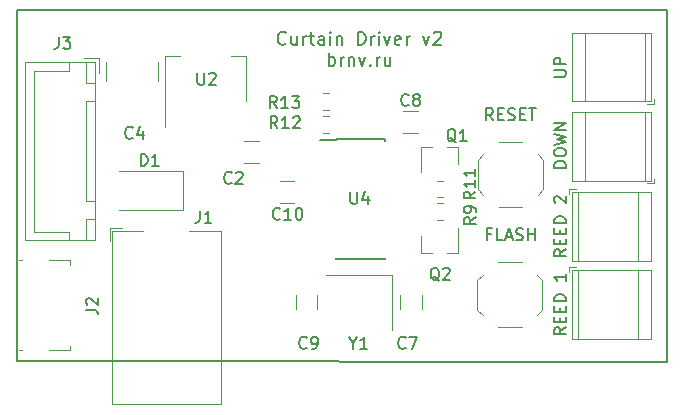
<source format=gbr>
G04 #@! TF.GenerationSoftware,KiCad,Pcbnew,(5.1.2-1)-1*
G04 #@! TF.CreationDate,2019-10-05T22:58:12+03:00*
G04 #@! TF.ProjectId,curtains-driver,63757274-6169-46e7-932d-647269766572,rev?*
G04 #@! TF.SameCoordinates,Original*
G04 #@! TF.FileFunction,Legend,Top*
G04 #@! TF.FilePolarity,Positive*
%FSLAX46Y46*%
G04 Gerber Fmt 4.6, Leading zero omitted, Abs format (unit mm)*
G04 Created by KiCad (PCBNEW (5.1.2-1)-1) date 2019-10-05 22:58:12*
%MOMM*%
%LPD*%
G04 APERTURE LIST*
%ADD10C,0.150000*%
%ADD11C,0.120000*%
G04 APERTURE END LIST*
D10*
X101716666Y-66548857D02*
X101664285Y-66601238D01*
X101507142Y-66653619D01*
X101402380Y-66653619D01*
X101245238Y-66601238D01*
X101140476Y-66496476D01*
X101088095Y-66391714D01*
X101035714Y-66182190D01*
X101035714Y-66025047D01*
X101088095Y-65815523D01*
X101140476Y-65710761D01*
X101245238Y-65606000D01*
X101402380Y-65553619D01*
X101507142Y-65553619D01*
X101664285Y-65606000D01*
X101716666Y-65658380D01*
X102659523Y-65920285D02*
X102659523Y-66653619D01*
X102188095Y-65920285D02*
X102188095Y-66496476D01*
X102240476Y-66601238D01*
X102345238Y-66653619D01*
X102502380Y-66653619D01*
X102607142Y-66601238D01*
X102659523Y-66548857D01*
X103183333Y-66653619D02*
X103183333Y-65920285D01*
X103183333Y-66129809D02*
X103235714Y-66025047D01*
X103288095Y-65972666D01*
X103392857Y-65920285D01*
X103497619Y-65920285D01*
X103707142Y-65920285D02*
X104126190Y-65920285D01*
X103864285Y-65553619D02*
X103864285Y-66496476D01*
X103916666Y-66601238D01*
X104021428Y-66653619D01*
X104126190Y-66653619D01*
X104964285Y-66653619D02*
X104964285Y-66077428D01*
X104911904Y-65972666D01*
X104807142Y-65920285D01*
X104597619Y-65920285D01*
X104492857Y-65972666D01*
X104964285Y-66601238D02*
X104859523Y-66653619D01*
X104597619Y-66653619D01*
X104492857Y-66601238D01*
X104440476Y-66496476D01*
X104440476Y-66391714D01*
X104492857Y-66286952D01*
X104597619Y-66234571D01*
X104859523Y-66234571D01*
X104964285Y-66182190D01*
X105488095Y-66653619D02*
X105488095Y-65920285D01*
X105488095Y-65553619D02*
X105435714Y-65606000D01*
X105488095Y-65658380D01*
X105540476Y-65606000D01*
X105488095Y-65553619D01*
X105488095Y-65658380D01*
X106011904Y-65920285D02*
X106011904Y-66653619D01*
X106011904Y-66025047D02*
X106064285Y-65972666D01*
X106169047Y-65920285D01*
X106326190Y-65920285D01*
X106430952Y-65972666D01*
X106483333Y-66077428D01*
X106483333Y-66653619D01*
X107845238Y-66653619D02*
X107845238Y-65553619D01*
X108107142Y-65553619D01*
X108264285Y-65606000D01*
X108369047Y-65710761D01*
X108421428Y-65815523D01*
X108473809Y-66025047D01*
X108473809Y-66182190D01*
X108421428Y-66391714D01*
X108369047Y-66496476D01*
X108264285Y-66601238D01*
X108107142Y-66653619D01*
X107845238Y-66653619D01*
X108945238Y-66653619D02*
X108945238Y-65920285D01*
X108945238Y-66129809D02*
X108997619Y-66025047D01*
X109050000Y-65972666D01*
X109154761Y-65920285D01*
X109259523Y-65920285D01*
X109626190Y-66653619D02*
X109626190Y-65920285D01*
X109626190Y-65553619D02*
X109573809Y-65606000D01*
X109626190Y-65658380D01*
X109678571Y-65606000D01*
X109626190Y-65553619D01*
X109626190Y-65658380D01*
X110045238Y-65920285D02*
X110307142Y-66653619D01*
X110569047Y-65920285D01*
X111407142Y-66601238D02*
X111302380Y-66653619D01*
X111092857Y-66653619D01*
X110988095Y-66601238D01*
X110935714Y-66496476D01*
X110935714Y-66077428D01*
X110988095Y-65972666D01*
X111092857Y-65920285D01*
X111302380Y-65920285D01*
X111407142Y-65972666D01*
X111459523Y-66077428D01*
X111459523Y-66182190D01*
X110935714Y-66286952D01*
X111930952Y-66653619D02*
X111930952Y-65920285D01*
X111930952Y-66129809D02*
X111983333Y-66025047D01*
X112035714Y-65972666D01*
X112140476Y-65920285D01*
X112245238Y-65920285D01*
X113345238Y-65920285D02*
X113607142Y-66653619D01*
X113869047Y-65920285D01*
X114235714Y-65658380D02*
X114288095Y-65606000D01*
X114392857Y-65553619D01*
X114654761Y-65553619D01*
X114759523Y-65606000D01*
X114811904Y-65658380D01*
X114864285Y-65763142D01*
X114864285Y-65867904D01*
X114811904Y-66025047D01*
X114183333Y-66653619D01*
X114864285Y-66653619D01*
X105357142Y-68453619D02*
X105357142Y-67353619D01*
X105357142Y-67772666D02*
X105461904Y-67720285D01*
X105671428Y-67720285D01*
X105776190Y-67772666D01*
X105828571Y-67825047D01*
X105880952Y-67929809D01*
X105880952Y-68244095D01*
X105828571Y-68348857D01*
X105776190Y-68401238D01*
X105671428Y-68453619D01*
X105461904Y-68453619D01*
X105357142Y-68401238D01*
X106352380Y-68453619D02*
X106352380Y-67720285D01*
X106352380Y-67929809D02*
X106404761Y-67825047D01*
X106457142Y-67772666D01*
X106561904Y-67720285D01*
X106666666Y-67720285D01*
X107033333Y-67720285D02*
X107033333Y-68453619D01*
X107033333Y-67825047D02*
X107085714Y-67772666D01*
X107190476Y-67720285D01*
X107347619Y-67720285D01*
X107452380Y-67772666D01*
X107504761Y-67877428D01*
X107504761Y-68453619D01*
X107923809Y-67720285D02*
X108185714Y-68453619D01*
X108447619Y-67720285D01*
X108866666Y-68348857D02*
X108919047Y-68401238D01*
X108866666Y-68453619D01*
X108814285Y-68401238D01*
X108866666Y-68348857D01*
X108866666Y-68453619D01*
X109390476Y-68453619D02*
X109390476Y-67720285D01*
X109390476Y-67929809D02*
X109442857Y-67825047D01*
X109495238Y-67772666D01*
X109600000Y-67720285D01*
X109704761Y-67720285D01*
X110542857Y-67720285D02*
X110542857Y-68453619D01*
X110071428Y-67720285D02*
X110071428Y-68296476D01*
X110123809Y-68401238D01*
X110228571Y-68453619D01*
X110385714Y-68453619D01*
X110490476Y-68401238D01*
X110542857Y-68348857D01*
X125420380Y-83994380D02*
X124944190Y-84327714D01*
X125420380Y-84565809D02*
X124420380Y-84565809D01*
X124420380Y-84184857D01*
X124468000Y-84089619D01*
X124515619Y-84042000D01*
X124610857Y-83994380D01*
X124753714Y-83994380D01*
X124848952Y-84042000D01*
X124896571Y-84089619D01*
X124944190Y-84184857D01*
X124944190Y-84565809D01*
X124896571Y-83565809D02*
X124896571Y-83232476D01*
X125420380Y-83089619D02*
X125420380Y-83565809D01*
X124420380Y-83565809D01*
X124420380Y-83089619D01*
X124896571Y-82661047D02*
X124896571Y-82327714D01*
X125420380Y-82184857D02*
X125420380Y-82661047D01*
X124420380Y-82661047D01*
X124420380Y-82184857D01*
X125420380Y-81756285D02*
X124420380Y-81756285D01*
X124420380Y-81518190D01*
X124468000Y-81375333D01*
X124563238Y-81280095D01*
X124658476Y-81232476D01*
X124848952Y-81184857D01*
X124991809Y-81184857D01*
X125182285Y-81232476D01*
X125277523Y-81280095D01*
X125372761Y-81375333D01*
X125420380Y-81518190D01*
X125420380Y-81756285D01*
X124515619Y-80042000D02*
X124468000Y-79994380D01*
X124420380Y-79899142D01*
X124420380Y-79661047D01*
X124468000Y-79565809D01*
X124515619Y-79518190D01*
X124610857Y-79470571D01*
X124706095Y-79470571D01*
X124848952Y-79518190D01*
X125420380Y-80089619D01*
X125420380Y-79470571D01*
X125420380Y-90598380D02*
X124944190Y-90931714D01*
X125420380Y-91169809D02*
X124420380Y-91169809D01*
X124420380Y-90788857D01*
X124468000Y-90693619D01*
X124515619Y-90646000D01*
X124610857Y-90598380D01*
X124753714Y-90598380D01*
X124848952Y-90646000D01*
X124896571Y-90693619D01*
X124944190Y-90788857D01*
X124944190Y-91169809D01*
X124896571Y-90169809D02*
X124896571Y-89836476D01*
X125420380Y-89693619D02*
X125420380Y-90169809D01*
X124420380Y-90169809D01*
X124420380Y-89693619D01*
X124896571Y-89265047D02*
X124896571Y-88931714D01*
X125420380Y-88788857D02*
X125420380Y-89265047D01*
X124420380Y-89265047D01*
X124420380Y-88788857D01*
X125420380Y-88360285D02*
X124420380Y-88360285D01*
X124420380Y-88122190D01*
X124468000Y-87979333D01*
X124563238Y-87884095D01*
X124658476Y-87836476D01*
X124848952Y-87788857D01*
X124991809Y-87788857D01*
X125182285Y-87836476D01*
X125277523Y-87884095D01*
X125372761Y-87979333D01*
X125420380Y-88122190D01*
X125420380Y-88360285D01*
X125420380Y-86074571D02*
X125420380Y-86646000D01*
X125420380Y-86360285D02*
X124420380Y-86360285D01*
X124563238Y-86455523D01*
X124658476Y-86550761D01*
X124706095Y-86646000D01*
X125420380Y-77064952D02*
X124420380Y-77064952D01*
X124420380Y-76826857D01*
X124468000Y-76684000D01*
X124563238Y-76588761D01*
X124658476Y-76541142D01*
X124848952Y-76493523D01*
X124991809Y-76493523D01*
X125182285Y-76541142D01*
X125277523Y-76588761D01*
X125372761Y-76684000D01*
X125420380Y-76826857D01*
X125420380Y-77064952D01*
X124420380Y-75874476D02*
X124420380Y-75684000D01*
X124468000Y-75588761D01*
X124563238Y-75493523D01*
X124753714Y-75445904D01*
X125087047Y-75445904D01*
X125277523Y-75493523D01*
X125372761Y-75588761D01*
X125420380Y-75684000D01*
X125420380Y-75874476D01*
X125372761Y-75969714D01*
X125277523Y-76064952D01*
X125087047Y-76112571D01*
X124753714Y-76112571D01*
X124563238Y-76064952D01*
X124468000Y-75969714D01*
X124420380Y-75874476D01*
X124420380Y-75112571D02*
X125420380Y-74874476D01*
X124706095Y-74684000D01*
X125420380Y-74493523D01*
X124420380Y-74255428D01*
X125420380Y-73874476D02*
X124420380Y-73874476D01*
X125420380Y-73303047D01*
X124420380Y-73303047D01*
X124420380Y-69365714D02*
X125229904Y-69365714D01*
X125325142Y-69318095D01*
X125372761Y-69270476D01*
X125420380Y-69175238D01*
X125420380Y-68984761D01*
X125372761Y-68889523D01*
X125325142Y-68841904D01*
X125229904Y-68794285D01*
X124420380Y-68794285D01*
X125420380Y-68318095D02*
X124420380Y-68318095D01*
X124420380Y-67937142D01*
X124468000Y-67841904D01*
X124515619Y-67794285D01*
X124610857Y-67746666D01*
X124753714Y-67746666D01*
X124848952Y-67794285D01*
X124896571Y-67841904D01*
X124944190Y-67937142D01*
X124944190Y-68318095D01*
X134000000Y-63754000D02*
X134000000Y-93500000D01*
X78968600Y-63754000D02*
X78968600Y-93472000D01*
X134000000Y-93500000D02*
X78968600Y-93472000D01*
X78968600Y-63754000D02*
X134000000Y-63754000D01*
D11*
X125676000Y-85516000D02*
X125676000Y-85916000D01*
X126316000Y-85516000D02*
X125676000Y-85516000D01*
X132656000Y-91536000D02*
X125916000Y-91536000D01*
X132656000Y-85756000D02*
X125916000Y-85756000D01*
X125916000Y-85756000D02*
X125916000Y-91536000D01*
X132656000Y-85756000D02*
X132656000Y-91536000D01*
X131536000Y-85756000D02*
X131536000Y-91536000D01*
X126436000Y-85756000D02*
X126436000Y-91536000D01*
X125676000Y-78912000D02*
X125676000Y-79312000D01*
X126316000Y-78912000D02*
X125676000Y-78912000D01*
X132656000Y-84932000D02*
X125916000Y-84932000D01*
X132656000Y-79152000D02*
X125916000Y-79152000D01*
X125916000Y-79152000D02*
X125916000Y-84932000D01*
X132656000Y-79152000D02*
X132656000Y-84932000D01*
X131536000Y-79152000D02*
X131536000Y-84932000D01*
X126436000Y-79152000D02*
X126436000Y-84932000D01*
X117925400Y-89083200D02*
X117925400Y-86583200D01*
X119675400Y-90583200D02*
X121675400Y-90583200D01*
X123425400Y-89083200D02*
X123425400Y-86583200D01*
X119675400Y-85083200D02*
X121675400Y-85083200D01*
X118375400Y-89533200D02*
X117925400Y-89083200D01*
X118375400Y-86133200D02*
X117925400Y-86583200D01*
X122975400Y-86133200D02*
X123425400Y-86583200D01*
X122975400Y-89533200D02*
X123425400Y-89083200D01*
X123476200Y-76397800D02*
X123476200Y-78897800D01*
X121726200Y-74897800D02*
X119726200Y-74897800D01*
X117976200Y-76397800D02*
X117976200Y-78897800D01*
X121726200Y-80397800D02*
X119726200Y-80397800D01*
X123026200Y-75947800D02*
X123476200Y-76397800D01*
X123026200Y-79347800D02*
X123476200Y-78897800D01*
X118426200Y-79347800D02*
X117976200Y-78897800D01*
X118426200Y-75947800D02*
X117976200Y-76397800D01*
X110673800Y-86118200D02*
X105073800Y-86118200D01*
X110673800Y-90818200D02*
X110673800Y-86118200D01*
X93030500Y-80644000D02*
X93030500Y-77344000D01*
X93030500Y-77344000D02*
X87630500Y-77344000D01*
X93030500Y-80644000D02*
X87630500Y-80644000D01*
X104882048Y-74116000D02*
X105404552Y-74116000D01*
X104882048Y-72696000D02*
X105404552Y-72696000D01*
X115005752Y-79577000D02*
X114483248Y-79577000D01*
X115005752Y-78157000D02*
X114483248Y-78157000D01*
X104882048Y-70727500D02*
X105404552Y-70727500D01*
X104882048Y-72147500D02*
X105404552Y-72147500D01*
X102569600Y-87866136D02*
X102569600Y-89070264D01*
X104389600Y-87866136D02*
X104389600Y-89070264D01*
X102392564Y-80031000D02*
X101188436Y-80031000D01*
X102392564Y-78211000D02*
X101188436Y-78211000D01*
X83434500Y-92519500D02*
X83434500Y-92139500D01*
X79384500Y-92519500D02*
X79124500Y-92519500D01*
X83434500Y-92519500D02*
X81664500Y-92519500D01*
X83434500Y-84899500D02*
X83434500Y-85279500D01*
X81664500Y-84899500D02*
X83434500Y-84899500D01*
X79124500Y-84899500D02*
X79384500Y-84899500D01*
D10*
X105987000Y-74681000D02*
X105987000Y-74706000D01*
X110137000Y-74681000D02*
X110137000Y-74786000D01*
X110137000Y-84831000D02*
X110137000Y-84726000D01*
X105987000Y-84831000D02*
X105987000Y-84726000D01*
X105987000Y-74681000D02*
X110137000Y-74681000D01*
X105987000Y-84831000D02*
X110137000Y-84831000D01*
X105987000Y-74706000D02*
X104612000Y-74706000D01*
D11*
X113164500Y-84326000D02*
X113164500Y-82866000D01*
X116324500Y-84326000D02*
X116324500Y-82166000D01*
X116324500Y-84326000D02*
X115394500Y-84326000D01*
X113164500Y-84326000D02*
X114094500Y-84326000D01*
X116324500Y-75313000D02*
X115394500Y-75313000D01*
X113164500Y-75313000D02*
X114094500Y-75313000D01*
X113164500Y-75313000D02*
X113164500Y-77473000D01*
X116324500Y-75313000D02*
X116324500Y-76773000D01*
X115005752Y-80062000D02*
X114483248Y-80062000D01*
X115005752Y-81482000D02*
X114483248Y-81482000D01*
X111383400Y-87866136D02*
X111383400Y-89070264D01*
X113203400Y-87866136D02*
X113203400Y-89070264D01*
X111665936Y-72292800D02*
X112870064Y-72292800D01*
X111665936Y-74112800D02*
X112870064Y-74112800D01*
X132896000Y-71684600D02*
X132896000Y-71284600D01*
X132256000Y-71684600D02*
X132896000Y-71684600D01*
X125916000Y-65664600D02*
X132656000Y-65664600D01*
X125916000Y-71444600D02*
X132656000Y-71444600D01*
X132656000Y-71444600D02*
X132656000Y-65664600D01*
X125916000Y-71444600D02*
X125916000Y-65664600D01*
X127036000Y-71444600D02*
X127036000Y-65664600D01*
X132136000Y-71444600D02*
X132136000Y-65664600D01*
X132136000Y-78158666D02*
X132136000Y-72378666D01*
X127036000Y-78158666D02*
X127036000Y-72378666D01*
X125916000Y-78158666D02*
X125916000Y-72378666D01*
X132656000Y-78158666D02*
X132656000Y-72378666D01*
X125916000Y-78158666D02*
X132656000Y-78158666D01*
X125916000Y-72378666D02*
X132656000Y-72378666D01*
X132256000Y-78398666D02*
X132896000Y-78398666D01*
X132896000Y-78398666D02*
X132896000Y-77998666D01*
X85871500Y-67825500D02*
X84621500Y-67825500D01*
X85871500Y-69075500D02*
X85871500Y-67825500D01*
X80371500Y-82475500D02*
X80371500Y-75675500D01*
X83321500Y-82475500D02*
X80371500Y-82475500D01*
X83321500Y-83225500D02*
X83321500Y-82475500D01*
X80371500Y-68875500D02*
X80371500Y-75675500D01*
X83321500Y-68875500D02*
X80371500Y-68875500D01*
X83321500Y-68125500D02*
X83321500Y-68875500D01*
X85571500Y-83225500D02*
X85571500Y-81425500D01*
X84821500Y-83225500D02*
X85571500Y-83225500D01*
X84821500Y-81425500D02*
X84821500Y-83225500D01*
X85571500Y-81425500D02*
X84821500Y-81425500D01*
X85571500Y-69925500D02*
X85571500Y-68125500D01*
X84821500Y-69925500D02*
X85571500Y-69925500D01*
X84821500Y-68125500D02*
X84821500Y-69925500D01*
X85571500Y-68125500D02*
X84821500Y-68125500D01*
X85571500Y-79925500D02*
X85571500Y-71425500D01*
X84821500Y-79925500D02*
X85571500Y-79925500D01*
X84821500Y-71425500D02*
X84821500Y-79925500D01*
X85571500Y-71425500D02*
X84821500Y-71425500D01*
X85581500Y-83235500D02*
X85581500Y-68115500D01*
X79611500Y-83235500D02*
X85581500Y-83235500D01*
X79611500Y-68115500D02*
X79611500Y-83235500D01*
X85581500Y-68115500D02*
X79611500Y-68115500D01*
X98203936Y-76665500D02*
X99408064Y-76665500D01*
X98203936Y-74845500D02*
X99408064Y-74845500D01*
X86499500Y-69694869D02*
X86499500Y-68100131D01*
X90919500Y-69694869D02*
X90919500Y-68100131D01*
X87880500Y-82212000D02*
X86830500Y-82212000D01*
X86830500Y-83262000D02*
X86830500Y-82212000D01*
X96230440Y-84322920D02*
X96230500Y-97112000D01*
X96230500Y-97112000D02*
X87030500Y-97112000D01*
X93530500Y-82412000D02*
X96230500Y-82412000D01*
X96230500Y-82412000D02*
X96230500Y-84312000D01*
X87030500Y-97112000D02*
X87030500Y-82412000D01*
X87030500Y-82412000D02*
X89630500Y-82412000D01*
X98342500Y-67622500D02*
X97082500Y-67622500D01*
X91522500Y-67622500D02*
X92782500Y-67622500D01*
X98342500Y-71382500D02*
X98342500Y-67622500D01*
X91522500Y-73632500D02*
X91522500Y-67622500D01*
D10*
X119061123Y-82694471D02*
X118727790Y-82694471D01*
X118727790Y-83218280D02*
X118727790Y-82218280D01*
X119203980Y-82218280D01*
X120061123Y-83218280D02*
X119584933Y-83218280D01*
X119584933Y-82218280D01*
X120346838Y-82932566D02*
X120823028Y-82932566D01*
X120251600Y-83218280D02*
X120584933Y-82218280D01*
X120918266Y-83218280D01*
X121203980Y-83170661D02*
X121346838Y-83218280D01*
X121584933Y-83218280D01*
X121680171Y-83170661D01*
X121727790Y-83123042D01*
X121775409Y-83027804D01*
X121775409Y-82932566D01*
X121727790Y-82837328D01*
X121680171Y-82789709D01*
X121584933Y-82742090D01*
X121394457Y-82694471D01*
X121299219Y-82646852D01*
X121251600Y-82599233D01*
X121203980Y-82503995D01*
X121203980Y-82408757D01*
X121251600Y-82313519D01*
X121299219Y-82265900D01*
X121394457Y-82218280D01*
X121632552Y-82218280D01*
X121775409Y-82265900D01*
X122203980Y-83218280D02*
X122203980Y-82218280D01*
X122203980Y-82694471D02*
X122775409Y-82694471D01*
X122775409Y-83218280D02*
X122775409Y-82218280D01*
X119248419Y-73045580D02*
X118915085Y-72569390D01*
X118676990Y-73045580D02*
X118676990Y-72045580D01*
X119057942Y-72045580D01*
X119153180Y-72093200D01*
X119200800Y-72140819D01*
X119248419Y-72236057D01*
X119248419Y-72378914D01*
X119200800Y-72474152D01*
X119153180Y-72521771D01*
X119057942Y-72569390D01*
X118676990Y-72569390D01*
X119676990Y-72521771D02*
X120010323Y-72521771D01*
X120153180Y-73045580D02*
X119676990Y-73045580D01*
X119676990Y-72045580D01*
X120153180Y-72045580D01*
X120534133Y-72997961D02*
X120676990Y-73045580D01*
X120915085Y-73045580D01*
X121010323Y-72997961D01*
X121057942Y-72950342D01*
X121105561Y-72855104D01*
X121105561Y-72759866D01*
X121057942Y-72664628D01*
X121010323Y-72617009D01*
X120915085Y-72569390D01*
X120724609Y-72521771D01*
X120629371Y-72474152D01*
X120581752Y-72426533D01*
X120534133Y-72331295D01*
X120534133Y-72236057D01*
X120581752Y-72140819D01*
X120629371Y-72093200D01*
X120724609Y-72045580D01*
X120962704Y-72045580D01*
X121105561Y-72093200D01*
X121534133Y-72521771D02*
X121867466Y-72521771D01*
X122010323Y-73045580D02*
X121534133Y-73045580D01*
X121534133Y-72045580D01*
X122010323Y-72045580D01*
X122296038Y-72045580D02*
X122867466Y-72045580D01*
X122581752Y-73045580D02*
X122581752Y-72045580D01*
X107397609Y-91924190D02*
X107397609Y-92400380D01*
X107064276Y-91400380D02*
X107397609Y-91924190D01*
X107730942Y-91400380D01*
X108588085Y-92400380D02*
X108016657Y-92400380D01*
X108302371Y-92400380D02*
X108302371Y-91400380D01*
X108207133Y-91543238D01*
X108111895Y-91638476D01*
X108016657Y-91686095D01*
X89431904Y-76906380D02*
X89431904Y-75906380D01*
X89670000Y-75906380D01*
X89812857Y-75954000D01*
X89908095Y-76049238D01*
X89955714Y-76144476D01*
X90003333Y-76334952D01*
X90003333Y-76477809D01*
X89955714Y-76668285D01*
X89908095Y-76763523D01*
X89812857Y-76858761D01*
X89670000Y-76906380D01*
X89431904Y-76906380D01*
X90955714Y-76906380D02*
X90384285Y-76906380D01*
X90670000Y-76906380D02*
X90670000Y-75906380D01*
X90574761Y-76049238D01*
X90479523Y-76144476D01*
X90384285Y-76192095D01*
X101007942Y-73731380D02*
X100674609Y-73255190D01*
X100436514Y-73731380D02*
X100436514Y-72731380D01*
X100817466Y-72731380D01*
X100912704Y-72779000D01*
X100960323Y-72826619D01*
X101007942Y-72921857D01*
X101007942Y-73064714D01*
X100960323Y-73159952D01*
X100912704Y-73207571D01*
X100817466Y-73255190D01*
X100436514Y-73255190D01*
X101960323Y-73731380D02*
X101388895Y-73731380D01*
X101674609Y-73731380D02*
X101674609Y-72731380D01*
X101579371Y-72874238D01*
X101484133Y-72969476D01*
X101388895Y-73017095D01*
X102341276Y-72826619D02*
X102388895Y-72779000D01*
X102484133Y-72731380D01*
X102722228Y-72731380D01*
X102817466Y-72779000D01*
X102865085Y-72826619D01*
X102912704Y-72921857D01*
X102912704Y-73017095D01*
X102865085Y-73159952D01*
X102293657Y-73731380D01*
X102912704Y-73731380D01*
X117762280Y-79103457D02*
X117286090Y-79436790D01*
X117762280Y-79674885D02*
X116762280Y-79674885D01*
X116762280Y-79293933D01*
X116809900Y-79198695D01*
X116857519Y-79151076D01*
X116952757Y-79103457D01*
X117095614Y-79103457D01*
X117190852Y-79151076D01*
X117238471Y-79198695D01*
X117286090Y-79293933D01*
X117286090Y-79674885D01*
X117762280Y-78151076D02*
X117762280Y-78722504D01*
X117762280Y-78436790D02*
X116762280Y-78436790D01*
X116905138Y-78532028D01*
X117000376Y-78627266D01*
X117047995Y-78722504D01*
X117762280Y-77198695D02*
X117762280Y-77770123D01*
X117762280Y-77484409D02*
X116762280Y-77484409D01*
X116905138Y-77579647D01*
X117000376Y-77674885D01*
X117047995Y-77770123D01*
X100944442Y-72016880D02*
X100611109Y-71540690D01*
X100373014Y-72016880D02*
X100373014Y-71016880D01*
X100753966Y-71016880D01*
X100849204Y-71064500D01*
X100896823Y-71112119D01*
X100944442Y-71207357D01*
X100944442Y-71350214D01*
X100896823Y-71445452D01*
X100849204Y-71493071D01*
X100753966Y-71540690D01*
X100373014Y-71540690D01*
X101896823Y-72016880D02*
X101325395Y-72016880D01*
X101611109Y-72016880D02*
X101611109Y-71016880D01*
X101515871Y-71159738D01*
X101420633Y-71254976D01*
X101325395Y-71302595D01*
X102230157Y-71016880D02*
X102849204Y-71016880D01*
X102515871Y-71397833D01*
X102658728Y-71397833D01*
X102753966Y-71445452D01*
X102801585Y-71493071D01*
X102849204Y-71588309D01*
X102849204Y-71826404D01*
X102801585Y-71921642D01*
X102753966Y-71969261D01*
X102658728Y-72016880D01*
X102373014Y-72016880D01*
X102277776Y-71969261D01*
X102230157Y-71921642D01*
X103465333Y-92305142D02*
X103417714Y-92352761D01*
X103274857Y-92400380D01*
X103179619Y-92400380D01*
X103036761Y-92352761D01*
X102941523Y-92257523D01*
X102893904Y-92162285D01*
X102846285Y-91971809D01*
X102846285Y-91828952D01*
X102893904Y-91638476D01*
X102941523Y-91543238D01*
X103036761Y-91448000D01*
X103179619Y-91400380D01*
X103274857Y-91400380D01*
X103417714Y-91448000D01*
X103465333Y-91495619D01*
X103941523Y-92400380D02*
X104132000Y-92400380D01*
X104227238Y-92352761D01*
X104274857Y-92305142D01*
X104370095Y-92162285D01*
X104417714Y-91971809D01*
X104417714Y-91590857D01*
X104370095Y-91495619D01*
X104322476Y-91448000D01*
X104227238Y-91400380D01*
X104036761Y-91400380D01*
X103941523Y-91448000D01*
X103893904Y-91495619D01*
X103846285Y-91590857D01*
X103846285Y-91828952D01*
X103893904Y-91924190D01*
X103941523Y-91971809D01*
X104036761Y-92019428D01*
X104227238Y-92019428D01*
X104322476Y-91971809D01*
X104370095Y-91924190D01*
X104417714Y-91828952D01*
X101211142Y-81383142D02*
X101163523Y-81430761D01*
X101020666Y-81478380D01*
X100925428Y-81478380D01*
X100782571Y-81430761D01*
X100687333Y-81335523D01*
X100639714Y-81240285D01*
X100592095Y-81049809D01*
X100592095Y-80906952D01*
X100639714Y-80716476D01*
X100687333Y-80621238D01*
X100782571Y-80526000D01*
X100925428Y-80478380D01*
X101020666Y-80478380D01*
X101163523Y-80526000D01*
X101211142Y-80573619D01*
X102163523Y-81478380D02*
X101592095Y-81478380D01*
X101877809Y-81478380D02*
X101877809Y-80478380D01*
X101782571Y-80621238D01*
X101687333Y-80716476D01*
X101592095Y-80764095D01*
X102782571Y-80478380D02*
X102877809Y-80478380D01*
X102973047Y-80526000D01*
X103020666Y-80573619D01*
X103068285Y-80668857D01*
X103115904Y-80859333D01*
X103115904Y-81097428D01*
X103068285Y-81287904D01*
X103020666Y-81383142D01*
X102973047Y-81430761D01*
X102877809Y-81478380D01*
X102782571Y-81478380D01*
X102687333Y-81430761D01*
X102639714Y-81383142D01*
X102592095Y-81287904D01*
X102544476Y-81097428D01*
X102544476Y-80859333D01*
X102592095Y-80668857D01*
X102639714Y-80573619D01*
X102687333Y-80526000D01*
X102782571Y-80478380D01*
X84796380Y-89106333D02*
X85510666Y-89106333D01*
X85653523Y-89153952D01*
X85748761Y-89249190D01*
X85796380Y-89392047D01*
X85796380Y-89487285D01*
X84891619Y-88677761D02*
X84844000Y-88630142D01*
X84796380Y-88534904D01*
X84796380Y-88296809D01*
X84844000Y-88201571D01*
X84891619Y-88153952D01*
X84986857Y-88106333D01*
X85082095Y-88106333D01*
X85224952Y-88153952D01*
X85796380Y-88725380D01*
X85796380Y-88106333D01*
X107188095Y-79119480D02*
X107188095Y-79929004D01*
X107235714Y-80024242D01*
X107283333Y-80071861D01*
X107378571Y-80119480D01*
X107569047Y-80119480D01*
X107664285Y-80071861D01*
X107711904Y-80024242D01*
X107759523Y-79929004D01*
X107759523Y-79119480D01*
X108664285Y-79452814D02*
X108664285Y-80119480D01*
X108426190Y-79071861D02*
X108188095Y-79786147D01*
X108807142Y-79786147D01*
X114712761Y-86653619D02*
X114617523Y-86606000D01*
X114522285Y-86510761D01*
X114379428Y-86367904D01*
X114284190Y-86320285D01*
X114188952Y-86320285D01*
X114236571Y-86558380D02*
X114141333Y-86510761D01*
X114046095Y-86415523D01*
X113998476Y-86225047D01*
X113998476Y-85891714D01*
X114046095Y-85701238D01*
X114141333Y-85606000D01*
X114236571Y-85558380D01*
X114427047Y-85558380D01*
X114522285Y-85606000D01*
X114617523Y-85701238D01*
X114665142Y-85891714D01*
X114665142Y-86225047D01*
X114617523Y-86415523D01*
X114522285Y-86510761D01*
X114427047Y-86558380D01*
X114236571Y-86558380D01*
X115046095Y-85653619D02*
X115093714Y-85606000D01*
X115188952Y-85558380D01*
X115427047Y-85558380D01*
X115522285Y-85606000D01*
X115569904Y-85653619D01*
X115617523Y-85748857D01*
X115617523Y-85844095D01*
X115569904Y-85986952D01*
X114998476Y-86558380D01*
X115617523Y-86558380D01*
X116122461Y-74918819D02*
X116027223Y-74871200D01*
X115931985Y-74775961D01*
X115789128Y-74633104D01*
X115693890Y-74585485D01*
X115598652Y-74585485D01*
X115646271Y-74823580D02*
X115551033Y-74775961D01*
X115455795Y-74680723D01*
X115408176Y-74490247D01*
X115408176Y-74156914D01*
X115455795Y-73966438D01*
X115551033Y-73871200D01*
X115646271Y-73823580D01*
X115836747Y-73823580D01*
X115931985Y-73871200D01*
X116027223Y-73966438D01*
X116074842Y-74156914D01*
X116074842Y-74490247D01*
X116027223Y-74680723D01*
X115931985Y-74775961D01*
X115836747Y-74823580D01*
X115646271Y-74823580D01*
X117027223Y-74823580D02*
X116455795Y-74823580D01*
X116741509Y-74823580D02*
X116741509Y-73823580D01*
X116646271Y-73966438D01*
X116551033Y-74061676D01*
X116455795Y-74109295D01*
X117774980Y-81268866D02*
X117298790Y-81602200D01*
X117774980Y-81840295D02*
X116774980Y-81840295D01*
X116774980Y-81459342D01*
X116822600Y-81364104D01*
X116870219Y-81316485D01*
X116965457Y-81268866D01*
X117108314Y-81268866D01*
X117203552Y-81316485D01*
X117251171Y-81364104D01*
X117298790Y-81459342D01*
X117298790Y-81840295D01*
X117774980Y-80792676D02*
X117774980Y-80602200D01*
X117727361Y-80506961D01*
X117679742Y-80459342D01*
X117536885Y-80364104D01*
X117346409Y-80316485D01*
X116965457Y-80316485D01*
X116870219Y-80364104D01*
X116822600Y-80411723D01*
X116774980Y-80506961D01*
X116774980Y-80697438D01*
X116822600Y-80792676D01*
X116870219Y-80840295D01*
X116965457Y-80887914D01*
X117203552Y-80887914D01*
X117298790Y-80840295D01*
X117346409Y-80792676D01*
X117394028Y-80697438D01*
X117394028Y-80506961D01*
X117346409Y-80411723D01*
X117298790Y-80364104D01*
X117203552Y-80316485D01*
X111847333Y-92305142D02*
X111799714Y-92352761D01*
X111656857Y-92400380D01*
X111561619Y-92400380D01*
X111418761Y-92352761D01*
X111323523Y-92257523D01*
X111275904Y-92162285D01*
X111228285Y-91971809D01*
X111228285Y-91828952D01*
X111275904Y-91638476D01*
X111323523Y-91543238D01*
X111418761Y-91448000D01*
X111561619Y-91400380D01*
X111656857Y-91400380D01*
X111799714Y-91448000D01*
X111847333Y-91495619D01*
X112180666Y-91400380D02*
X112847333Y-91400380D01*
X112418761Y-92400380D01*
X112101333Y-71739942D02*
X112053714Y-71787561D01*
X111910857Y-71835180D01*
X111815619Y-71835180D01*
X111672761Y-71787561D01*
X111577523Y-71692323D01*
X111529904Y-71597085D01*
X111482285Y-71406609D01*
X111482285Y-71263752D01*
X111529904Y-71073276D01*
X111577523Y-70978038D01*
X111672761Y-70882800D01*
X111815619Y-70835180D01*
X111910857Y-70835180D01*
X112053714Y-70882800D01*
X112101333Y-70930419D01*
X112672761Y-71263752D02*
X112577523Y-71216133D01*
X112529904Y-71168514D01*
X112482285Y-71073276D01*
X112482285Y-71025657D01*
X112529904Y-70930419D01*
X112577523Y-70882800D01*
X112672761Y-70835180D01*
X112863238Y-70835180D01*
X112958476Y-70882800D01*
X113006095Y-70930419D01*
X113053714Y-71025657D01*
X113053714Y-71073276D01*
X113006095Y-71168514D01*
X112958476Y-71216133D01*
X112863238Y-71263752D01*
X112672761Y-71263752D01*
X112577523Y-71311371D01*
X112529904Y-71358990D01*
X112482285Y-71454228D01*
X112482285Y-71644704D01*
X112529904Y-71739942D01*
X112577523Y-71787561D01*
X112672761Y-71835180D01*
X112863238Y-71835180D01*
X112958476Y-71787561D01*
X113006095Y-71739942D01*
X113053714Y-71644704D01*
X113053714Y-71454228D01*
X113006095Y-71358990D01*
X112958476Y-71311371D01*
X112863238Y-71263752D01*
X82470666Y-66000380D02*
X82470666Y-66714666D01*
X82423047Y-66857523D01*
X82327809Y-66952761D01*
X82184952Y-67000380D01*
X82089714Y-67000380D01*
X82851619Y-66000380D02*
X83470666Y-66000380D01*
X83137333Y-66381333D01*
X83280190Y-66381333D01*
X83375428Y-66428952D01*
X83423047Y-66476571D01*
X83470666Y-66571809D01*
X83470666Y-66809904D01*
X83423047Y-66905142D01*
X83375428Y-66952761D01*
X83280190Y-67000380D01*
X82994476Y-67000380D01*
X82899238Y-66952761D01*
X82851619Y-66905142D01*
X97115333Y-78335142D02*
X97067714Y-78382761D01*
X96924857Y-78430380D01*
X96829619Y-78430380D01*
X96686761Y-78382761D01*
X96591523Y-78287523D01*
X96543904Y-78192285D01*
X96496285Y-78001809D01*
X96496285Y-77858952D01*
X96543904Y-77668476D01*
X96591523Y-77573238D01*
X96686761Y-77478000D01*
X96829619Y-77430380D01*
X96924857Y-77430380D01*
X97067714Y-77478000D01*
X97115333Y-77525619D01*
X97496285Y-77525619D02*
X97543904Y-77478000D01*
X97639142Y-77430380D01*
X97877238Y-77430380D01*
X97972476Y-77478000D01*
X98020095Y-77525619D01*
X98067714Y-77620857D01*
X98067714Y-77716095D01*
X98020095Y-77858952D01*
X97448666Y-78430380D01*
X98067714Y-78430380D01*
X88733333Y-74525142D02*
X88685714Y-74572761D01*
X88542857Y-74620380D01*
X88447619Y-74620380D01*
X88304761Y-74572761D01*
X88209523Y-74477523D01*
X88161904Y-74382285D01*
X88114285Y-74191809D01*
X88114285Y-74048952D01*
X88161904Y-73858476D01*
X88209523Y-73763238D01*
X88304761Y-73668000D01*
X88447619Y-73620380D01*
X88542857Y-73620380D01*
X88685714Y-73668000D01*
X88733333Y-73715619D01*
X89590476Y-73953714D02*
X89590476Y-74620380D01*
X89352380Y-73572761D02*
X89114285Y-74287047D01*
X89733333Y-74287047D01*
X94408666Y-80732380D02*
X94408666Y-81446666D01*
X94361047Y-81589523D01*
X94265809Y-81684761D01*
X94122952Y-81732380D01*
X94027714Y-81732380D01*
X95408666Y-81732380D02*
X94837238Y-81732380D01*
X95122952Y-81732380D02*
X95122952Y-80732380D01*
X95027714Y-80875238D01*
X94932476Y-80970476D01*
X94837238Y-81018095D01*
X94234095Y-69048380D02*
X94234095Y-69857904D01*
X94281714Y-69953142D01*
X94329333Y-70000761D01*
X94424571Y-70048380D01*
X94615047Y-70048380D01*
X94710285Y-70000761D01*
X94757904Y-69953142D01*
X94805523Y-69857904D01*
X94805523Y-69048380D01*
X95234095Y-69143619D02*
X95281714Y-69096000D01*
X95376952Y-69048380D01*
X95615047Y-69048380D01*
X95710285Y-69096000D01*
X95757904Y-69143619D01*
X95805523Y-69238857D01*
X95805523Y-69334095D01*
X95757904Y-69476952D01*
X95186476Y-70048380D01*
X95805523Y-70048380D01*
M02*

</source>
